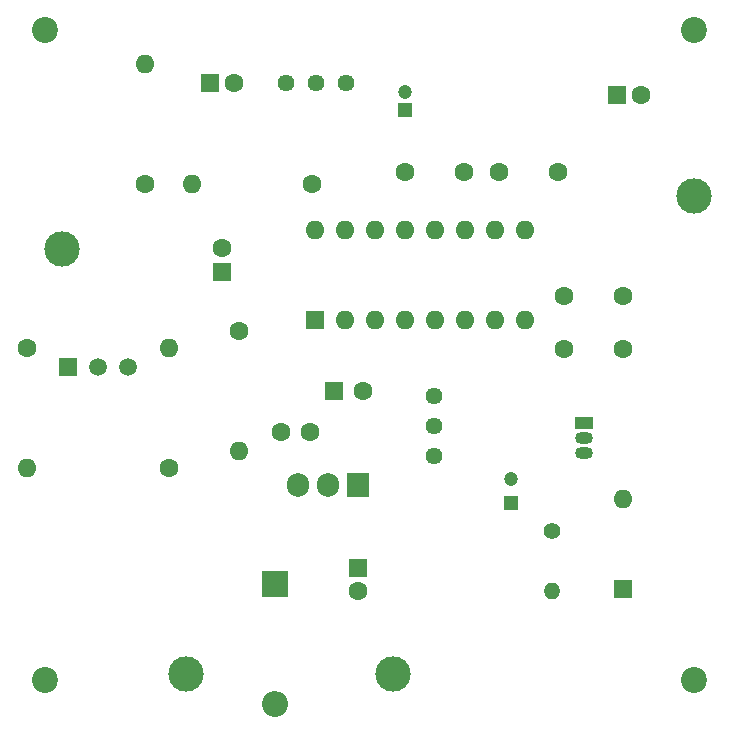
<source format=gbr>
%TF.GenerationSoftware,KiCad,Pcbnew,8.0.5*%
%TF.CreationDate,2024-10-18T10:56:01-05:00*%
%TF.ProjectId,Block-PT2399,426c6f63-6b2d-4505-9432-3339392e6b69,rev?*%
%TF.SameCoordinates,Original*%
%TF.FileFunction,Soldermask,Top*%
%TF.FilePolarity,Negative*%
%FSLAX46Y46*%
G04 Gerber Fmt 4.6, Leading zero omitted, Abs format (unit mm)*
G04 Created by KiCad (PCBNEW 8.0.5) date 2024-10-18 10:56:01*
%MOMM*%
%LPD*%
G01*
G04 APERTURE LIST*
%ADD10O,1.400000X1.400000*%
%ADD11C,1.400000*%
%ADD12R,1.500000X1.050000*%
%ADD13O,1.500000X1.050000*%
%ADD14R,1.600000X1.600000*%
%ADD15O,1.600000X1.600000*%
%ADD16R,2.200000X2.200000*%
%ADD17O,2.200000X2.200000*%
%ADD18R,1.200000X1.200000*%
%ADD19C,1.200000*%
%ADD20C,1.600000*%
%ADD21C,2.200000*%
%ADD22R,1.500000X1.500000*%
%ADD23C,1.500000*%
%ADD24C,3.000000*%
%ADD25C,1.440000*%
%ADD26R,1.905000X2.000000*%
%ADD27O,1.905000X2.000000*%
G04 APERTURE END LIST*
D10*
%TO.C,R4*%
X148000000Y-137500000D03*
D11*
X148000000Y-132420000D03*
%TD*%
D12*
%TO.C,Q2*%
X150640000Y-123230000D03*
D13*
X150640000Y-124500000D03*
X150640000Y-125770000D03*
%TD*%
D14*
%TO.C,D2*%
X154000000Y-137310000D03*
D15*
X154000000Y-129690000D03*
%TD*%
D16*
%TO.C,D1*%
X124500000Y-136920000D03*
D17*
X124500000Y-147080000D03*
%TD*%
D18*
%TO.C,C12*%
X144500000Y-130000000D03*
D19*
X144500000Y-128000000D03*
%TD*%
D20*
%TO.C,C11*%
X131500000Y-137500000D03*
D14*
X131500000Y-135500000D03*
%TD*%
D20*
%TO.C,C10*%
X125000000Y-124000000D03*
X127500000Y-124000000D03*
%TD*%
%TO.C,C6*%
X140500000Y-102000000D03*
X135500000Y-102000000D03*
%TD*%
D21*
%TO.C,REF\u002A\u002A*%
X105000000Y-90000000D03*
%TD*%
%TO.C,REF\u002A\u002A*%
X160000000Y-90000000D03*
%TD*%
D20*
%TO.C,R6*%
X127660000Y-103000000D03*
D15*
X117500000Y-103000000D03*
%TD*%
D14*
%TO.C,C7*%
X153500000Y-95500000D03*
D20*
X155500000Y-95500000D03*
%TD*%
%TO.C,R7*%
X113500000Y-103000000D03*
D15*
X113500000Y-92840000D03*
%TD*%
D14*
%TO.C,U2*%
X127920000Y-114500000D03*
D15*
X130460000Y-114500000D03*
X133000000Y-114500000D03*
X135540000Y-114500000D03*
X138080000Y-114500000D03*
X140620000Y-114500000D03*
X143160000Y-114500000D03*
X145700000Y-114500000D03*
X145700000Y-106880000D03*
X143160000Y-106880000D03*
X140620000Y-106880000D03*
X138080000Y-106880000D03*
X135540000Y-106880000D03*
X133000000Y-106880000D03*
X130460000Y-106880000D03*
X127920000Y-106880000D03*
%TD*%
D14*
%TO.C,C9*%
X119044888Y-94500000D03*
D20*
X121044888Y-94500000D03*
%TD*%
D22*
%TO.C,Q1*%
X107000000Y-118500000D03*
D23*
X109540000Y-118500000D03*
X112080000Y-118500000D03*
%TD*%
D24*
%TO.C,J1*%
X106500000Y-108500000D03*
%TD*%
D25*
%TO.C,RV2*%
X130525000Y-94500000D03*
X127985000Y-94500000D03*
X125445000Y-94500000D03*
%TD*%
D26*
%TO.C,U1*%
X131580000Y-128500000D03*
D27*
X129040000Y-128500000D03*
X126500000Y-128500000D03*
%TD*%
D24*
%TO.C,J4*%
X134500000Y-144500000D03*
%TD*%
%TO.C,J2*%
X160000000Y-104000000D03*
%TD*%
D21*
%TO.C,REF\u002A\u002A*%
X160000000Y-145000000D03*
%TD*%
D25*
%TO.C,RV1*%
X138000000Y-120920000D03*
X138000000Y-123460000D03*
X138000000Y-126000000D03*
%TD*%
D24*
%TO.C,J3*%
X117000000Y-144500000D03*
%TD*%
D20*
%TO.C,R1*%
X115500000Y-127080000D03*
D15*
X115500000Y-116920000D03*
%TD*%
D20*
%TO.C,C4*%
X149000000Y-112500000D03*
X154000000Y-112500000D03*
%TD*%
D18*
%TO.C,C8*%
X135500000Y-96722600D03*
D19*
X135500000Y-95222600D03*
%TD*%
D20*
%TO.C,C5*%
X143500000Y-102000000D03*
X148500000Y-102000000D03*
%TD*%
%TO.C,C3*%
X149000000Y-117000000D03*
X154000000Y-117000000D03*
%TD*%
%TO.C,R3*%
X121500000Y-115420000D03*
D15*
X121500000Y-125580000D03*
%TD*%
D14*
%TO.C,C2*%
X129500000Y-120500000D03*
D20*
X132000000Y-120500000D03*
%TD*%
D14*
%TO.C,C1*%
X120000000Y-110455113D03*
D20*
X120000000Y-108455113D03*
%TD*%
D21*
%TO.C,REF\u002A\u002A*%
X105000000Y-145000000D03*
%TD*%
D20*
%TO.C,R2*%
X103500000Y-116920000D03*
D15*
X103500000Y-127080000D03*
%TD*%
M02*

</source>
